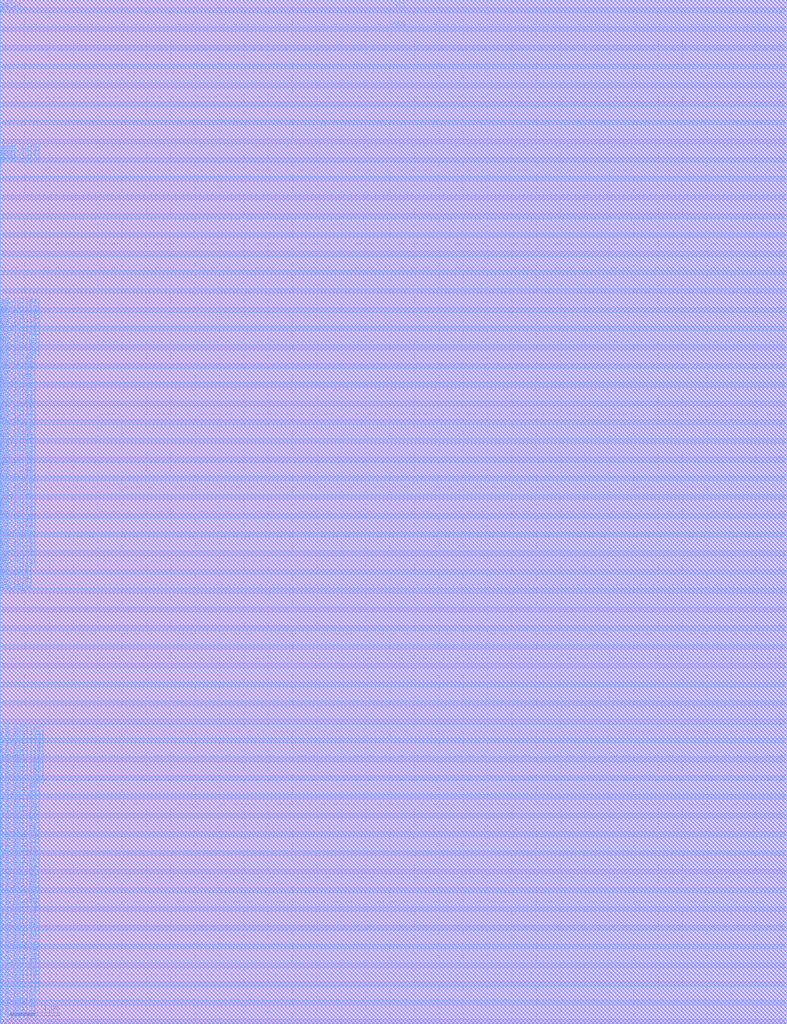
<source format=lef>
# Generated by FakeRAM 2.0
VERSION 5.7 ;
BUSBITCHARS "[]" ;
PROPERTYDEFINITIONS
  MACRO width INTEGER ;
  MACRO depth INTEGER ;
  MACRO banks INTEGER ;
END PROPERTYDEFINITIONS
MACRO sram_asap7_124x64_1rw_bottom
  PROPERTY width 124 ;
  PROPERTY depth 64 ;
  PROPERTY banks 1 ;
  FOREIGN sram_asap7_124x64_1rw_bottom 0 0 ;
  SYMMETRY X Y R90 ;
  SIZE 16.150 BY 21.000 ;
  CLASS COVER ;
  PIN rd_out[0]
    DIRECTION OUTPUT ;
    USE SIGNAL ;
    SHAPE ABUTMENT ;
    PORT
      LAYER M4 ;
      RECT 0.000 0.048 0.024 0.072 ;
    END
  END rd_out[0]
  PIN rd_out[1]
    DIRECTION OUTPUT ;
    USE SIGNAL ;
    SHAPE ABUTMENT ;
    PORT
      LAYER M4 ;
      RECT 0.000 0.096 0.024 0.120 ;
    END
  END rd_out[1]
  PIN rd_out[2]
    DIRECTION OUTPUT ;
    USE SIGNAL ;
    SHAPE ABUTMENT ;
    PORT
      LAYER M4 ;
      RECT 0.000 0.144 0.024 0.168 ;
    END
  END rd_out[2]
  PIN rd_out[3]
    DIRECTION OUTPUT ;
    USE SIGNAL ;
    SHAPE ABUTMENT ;
    PORT
      LAYER M4 ;
      RECT 0.000 0.192 0.024 0.216 ;
    END
  END rd_out[3]
  PIN rd_out[4]
    DIRECTION OUTPUT ;
    USE SIGNAL ;
    SHAPE ABUTMENT ;
    PORT
      LAYER M4 ;
      RECT 0.000 0.240 0.024 0.264 ;
    END
  END rd_out[4]
  PIN rd_out[5]
    DIRECTION OUTPUT ;
    USE SIGNAL ;
    SHAPE ABUTMENT ;
    PORT
      LAYER M4 ;
      RECT 0.000 0.288 0.024 0.312 ;
    END
  END rd_out[5]
  PIN rd_out[6]
    DIRECTION OUTPUT ;
    USE SIGNAL ;
    SHAPE ABUTMENT ;
    PORT
      LAYER M4 ;
      RECT 0.000 0.336 0.024 0.360 ;
    END
  END rd_out[6]
  PIN rd_out[7]
    DIRECTION OUTPUT ;
    USE SIGNAL ;
    SHAPE ABUTMENT ;
    PORT
      LAYER M4 ;
      RECT 0.000 0.384 0.024 0.408 ;
    END
  END rd_out[7]
  PIN rd_out[8]
    DIRECTION OUTPUT ;
    USE SIGNAL ;
    SHAPE ABUTMENT ;
    PORT
      LAYER M4 ;
      RECT 0.000 0.432 0.024 0.456 ;
    END
  END rd_out[8]
  PIN rd_out[9]
    DIRECTION OUTPUT ;
    USE SIGNAL ;
    SHAPE ABUTMENT ;
    PORT
      LAYER M4 ;
      RECT 0.000 0.480 0.024 0.504 ;
    END
  END rd_out[9]
  PIN rd_out[10]
    DIRECTION OUTPUT ;
    USE SIGNAL ;
    SHAPE ABUTMENT ;
    PORT
      LAYER M4 ;
      RECT 0.000 0.528 0.024 0.552 ;
    END
  END rd_out[10]
  PIN rd_out[11]
    DIRECTION OUTPUT ;
    USE SIGNAL ;
    SHAPE ABUTMENT ;
    PORT
      LAYER M4 ;
      RECT 0.000 0.576 0.024 0.600 ;
    END
  END rd_out[11]
  PIN rd_out[12]
    DIRECTION OUTPUT ;
    USE SIGNAL ;
    SHAPE ABUTMENT ;
    PORT
      LAYER M4 ;
      RECT 0.000 0.624 0.024 0.648 ;
    END
  END rd_out[12]
  PIN rd_out[13]
    DIRECTION OUTPUT ;
    USE SIGNAL ;
    SHAPE ABUTMENT ;
    PORT
      LAYER M4 ;
      RECT 0.000 0.672 0.024 0.696 ;
    END
  END rd_out[13]
  PIN rd_out[14]
    DIRECTION OUTPUT ;
    USE SIGNAL ;
    SHAPE ABUTMENT ;
    PORT
      LAYER M4 ;
      RECT 0.000 0.720 0.024 0.744 ;
    END
  END rd_out[14]
  PIN rd_out[15]
    DIRECTION OUTPUT ;
    USE SIGNAL ;
    SHAPE ABUTMENT ;
    PORT
      LAYER M4 ;
      RECT 0.000 0.768 0.024 0.792 ;
    END
  END rd_out[15]
  PIN rd_out[16]
    DIRECTION OUTPUT ;
    USE SIGNAL ;
    SHAPE ABUTMENT ;
    PORT
      LAYER M4 ;
      RECT 0.000 0.816 0.024 0.840 ;
    END
  END rd_out[16]
  PIN rd_out[17]
    DIRECTION OUTPUT ;
    USE SIGNAL ;
    SHAPE ABUTMENT ;
    PORT
      LAYER M4 ;
      RECT 0.000 0.864 0.024 0.888 ;
    END
  END rd_out[17]
  PIN rd_out[18]
    DIRECTION OUTPUT ;
    USE SIGNAL ;
    SHAPE ABUTMENT ;
    PORT
      LAYER M4 ;
      RECT 0.000 0.912 0.024 0.936 ;
    END
  END rd_out[18]
  PIN rd_out[19]
    DIRECTION OUTPUT ;
    USE SIGNAL ;
    SHAPE ABUTMENT ;
    PORT
      LAYER M4 ;
      RECT 0.000 0.960 0.024 0.984 ;
    END
  END rd_out[19]
  PIN rd_out[20]
    DIRECTION OUTPUT ;
    USE SIGNAL ;
    SHAPE ABUTMENT ;
    PORT
      LAYER M4 ;
      RECT 0.000 1.008 0.024 1.032 ;
    END
  END rd_out[20]
  PIN rd_out[21]
    DIRECTION OUTPUT ;
    USE SIGNAL ;
    SHAPE ABUTMENT ;
    PORT
      LAYER M4 ;
      RECT 0.000 1.056 0.024 1.080 ;
    END
  END rd_out[21]
  PIN rd_out[22]
    DIRECTION OUTPUT ;
    USE SIGNAL ;
    SHAPE ABUTMENT ;
    PORT
      LAYER M4 ;
      RECT 0.000 1.104 0.024 1.128 ;
    END
  END rd_out[22]
  PIN rd_out[23]
    DIRECTION OUTPUT ;
    USE SIGNAL ;
    SHAPE ABUTMENT ;
    PORT
      LAYER M4 ;
      RECT 0.000 1.152 0.024 1.176 ;
    END
  END rd_out[23]
  PIN rd_out[24]
    DIRECTION OUTPUT ;
    USE SIGNAL ;
    SHAPE ABUTMENT ;
    PORT
      LAYER M4 ;
      RECT 0.000 1.200 0.024 1.224 ;
    END
  END rd_out[24]
  PIN rd_out[25]
    DIRECTION OUTPUT ;
    USE SIGNAL ;
    SHAPE ABUTMENT ;
    PORT
      LAYER M4 ;
      RECT 0.000 1.248 0.024 1.272 ;
    END
  END rd_out[25]
  PIN rd_out[26]
    DIRECTION OUTPUT ;
    USE SIGNAL ;
    SHAPE ABUTMENT ;
    PORT
      LAYER M4 ;
      RECT 0.000 1.296 0.024 1.320 ;
    END
  END rd_out[26]
  PIN rd_out[27]
    DIRECTION OUTPUT ;
    USE SIGNAL ;
    SHAPE ABUTMENT ;
    PORT
      LAYER M4 ;
      RECT 0.000 1.344 0.024 1.368 ;
    END
  END rd_out[27]
  PIN rd_out[28]
    DIRECTION OUTPUT ;
    USE SIGNAL ;
    SHAPE ABUTMENT ;
    PORT
      LAYER M4 ;
      RECT 0.000 1.392 0.024 1.416 ;
    END
  END rd_out[28]
  PIN rd_out[29]
    DIRECTION OUTPUT ;
    USE SIGNAL ;
    SHAPE ABUTMENT ;
    PORT
      LAYER M4 ;
      RECT 0.000 1.440 0.024 1.464 ;
    END
  END rd_out[29]
  PIN rd_out[30]
    DIRECTION OUTPUT ;
    USE SIGNAL ;
    SHAPE ABUTMENT ;
    PORT
      LAYER M4 ;
      RECT 0.000 1.488 0.024 1.512 ;
    END
  END rd_out[30]
  PIN rd_out[31]
    DIRECTION OUTPUT ;
    USE SIGNAL ;
    SHAPE ABUTMENT ;
    PORT
      LAYER M4 ;
      RECT 0.000 1.536 0.024 1.560 ;
    END
  END rd_out[31]
  PIN rd_out[32]
    DIRECTION OUTPUT ;
    USE SIGNAL ;
    SHAPE ABUTMENT ;
    PORT
      LAYER M4 ;
      RECT 0.000 1.584 0.024 1.608 ;
    END
  END rd_out[32]
  PIN rd_out[33]
    DIRECTION OUTPUT ;
    USE SIGNAL ;
    SHAPE ABUTMENT ;
    PORT
      LAYER M4 ;
      RECT 0.000 1.632 0.024 1.656 ;
    END
  END rd_out[33]
  PIN rd_out[34]
    DIRECTION OUTPUT ;
    USE SIGNAL ;
    SHAPE ABUTMENT ;
    PORT
      LAYER M4 ;
      RECT 0.000 1.680 0.024 1.704 ;
    END
  END rd_out[34]
  PIN rd_out[35]
    DIRECTION OUTPUT ;
    USE SIGNAL ;
    SHAPE ABUTMENT ;
    PORT
      LAYER M4 ;
      RECT 0.000 1.728 0.024 1.752 ;
    END
  END rd_out[35]
  PIN rd_out[36]
    DIRECTION OUTPUT ;
    USE SIGNAL ;
    SHAPE ABUTMENT ;
    PORT
      LAYER M4 ;
      RECT 0.000 1.776 0.024 1.800 ;
    END
  END rd_out[36]
  PIN rd_out[37]
    DIRECTION OUTPUT ;
    USE SIGNAL ;
    SHAPE ABUTMENT ;
    PORT
      LAYER M4 ;
      RECT 0.000 1.824 0.024 1.848 ;
    END
  END rd_out[37]
  PIN rd_out[38]
    DIRECTION OUTPUT ;
    USE SIGNAL ;
    SHAPE ABUTMENT ;
    PORT
      LAYER M4 ;
      RECT 0.000 1.872 0.024 1.896 ;
    END
  END rd_out[38]
  PIN rd_out[39]
    DIRECTION OUTPUT ;
    USE SIGNAL ;
    SHAPE ABUTMENT ;
    PORT
      LAYER M4 ;
      RECT 0.000 1.920 0.024 1.944 ;
    END
  END rd_out[39]
  PIN rd_out[40]
    DIRECTION OUTPUT ;
    USE SIGNAL ;
    SHAPE ABUTMENT ;
    PORT
      LAYER M4 ;
      RECT 0.000 1.968 0.024 1.992 ;
    END
  END rd_out[40]
  PIN rd_out[41]
    DIRECTION OUTPUT ;
    USE SIGNAL ;
    SHAPE ABUTMENT ;
    PORT
      LAYER M4 ;
      RECT 0.000 2.016 0.024 2.040 ;
    END
  END rd_out[41]
  PIN rd_out[42]
    DIRECTION OUTPUT ;
    USE SIGNAL ;
    SHAPE ABUTMENT ;
    PORT
      LAYER M4 ;
      RECT 0.000 2.064 0.024 2.088 ;
    END
  END rd_out[42]
  PIN rd_out[43]
    DIRECTION OUTPUT ;
    USE SIGNAL ;
    SHAPE ABUTMENT ;
    PORT
      LAYER M4 ;
      RECT 0.000 2.112 0.024 2.136 ;
    END
  END rd_out[43]
  PIN rd_out[44]
    DIRECTION OUTPUT ;
    USE SIGNAL ;
    SHAPE ABUTMENT ;
    PORT
      LAYER M4 ;
      RECT 0.000 2.160 0.024 2.184 ;
    END
  END rd_out[44]
  PIN rd_out[45]
    DIRECTION OUTPUT ;
    USE SIGNAL ;
    SHAPE ABUTMENT ;
    PORT
      LAYER M4 ;
      RECT 0.000 2.208 0.024 2.232 ;
    END
  END rd_out[45]
  PIN rd_out[46]
    DIRECTION OUTPUT ;
    USE SIGNAL ;
    SHAPE ABUTMENT ;
    PORT
      LAYER M4 ;
      RECT 0.000 2.256 0.024 2.280 ;
    END
  END rd_out[46]
  PIN rd_out[47]
    DIRECTION OUTPUT ;
    USE SIGNAL ;
    SHAPE ABUTMENT ;
    PORT
      LAYER M4 ;
      RECT 0.000 2.304 0.024 2.328 ;
    END
  END rd_out[47]
  PIN rd_out[48]
    DIRECTION OUTPUT ;
    USE SIGNAL ;
    SHAPE ABUTMENT ;
    PORT
      LAYER M4 ;
      RECT 0.000 2.352 0.024 2.376 ;
    END
  END rd_out[48]
  PIN rd_out[49]
    DIRECTION OUTPUT ;
    USE SIGNAL ;
    SHAPE ABUTMENT ;
    PORT
      LAYER M4 ;
      RECT 0.000 2.400 0.024 2.424 ;
    END
  END rd_out[49]
  PIN rd_out[50]
    DIRECTION OUTPUT ;
    USE SIGNAL ;
    SHAPE ABUTMENT ;
    PORT
      LAYER M4 ;
      RECT 0.000 2.448 0.024 2.472 ;
    END
  END rd_out[50]
  PIN rd_out[51]
    DIRECTION OUTPUT ;
    USE SIGNAL ;
    SHAPE ABUTMENT ;
    PORT
      LAYER M4 ;
      RECT 0.000 2.496 0.024 2.520 ;
    END
  END rd_out[51]
  PIN rd_out[52]
    DIRECTION OUTPUT ;
    USE SIGNAL ;
    SHAPE ABUTMENT ;
    PORT
      LAYER M4 ;
      RECT 0.000 2.544 0.024 2.568 ;
    END
  END rd_out[52]
  PIN rd_out[53]
    DIRECTION OUTPUT ;
    USE SIGNAL ;
    SHAPE ABUTMENT ;
    PORT
      LAYER M4 ;
      RECT 0.000 2.592 0.024 2.616 ;
    END
  END rd_out[53]
  PIN rd_out[54]
    DIRECTION OUTPUT ;
    USE SIGNAL ;
    SHAPE ABUTMENT ;
    PORT
      LAYER M4 ;
      RECT 0.000 2.640 0.024 2.664 ;
    END
  END rd_out[54]
  PIN rd_out[55]
    DIRECTION OUTPUT ;
    USE SIGNAL ;
    SHAPE ABUTMENT ;
    PORT
      LAYER M4 ;
      RECT 0.000 2.688 0.024 2.712 ;
    END
  END rd_out[55]
  PIN rd_out[56]
    DIRECTION OUTPUT ;
    USE SIGNAL ;
    SHAPE ABUTMENT ;
    PORT
      LAYER M4 ;
      RECT 0.000 2.736 0.024 2.760 ;
    END
  END rd_out[56]
  PIN rd_out[57]
    DIRECTION OUTPUT ;
    USE SIGNAL ;
    SHAPE ABUTMENT ;
    PORT
      LAYER M4 ;
      RECT 0.000 2.784 0.024 2.808 ;
    END
  END rd_out[57]
  PIN rd_out[58]
    DIRECTION OUTPUT ;
    USE SIGNAL ;
    SHAPE ABUTMENT ;
    PORT
      LAYER M4 ;
      RECT 0.000 2.832 0.024 2.856 ;
    END
  END rd_out[58]
  PIN rd_out[59]
    DIRECTION OUTPUT ;
    USE SIGNAL ;
    SHAPE ABUTMENT ;
    PORT
      LAYER M4 ;
      RECT 0.000 2.880 0.024 2.904 ;
    END
  END rd_out[59]
  PIN rd_out[60]
    DIRECTION OUTPUT ;
    USE SIGNAL ;
    SHAPE ABUTMENT ;
    PORT
      LAYER M4 ;
      RECT 0.000 2.928 0.024 2.952 ;
    END
  END rd_out[60]
  PIN rd_out[61]
    DIRECTION OUTPUT ;
    USE SIGNAL ;
    SHAPE ABUTMENT ;
    PORT
      LAYER M4 ;
      RECT 0.000 2.976 0.024 3.000 ;
    END
  END rd_out[61]
  PIN rd_out[62]
    DIRECTION OUTPUT ;
    USE SIGNAL ;
    SHAPE ABUTMENT ;
    PORT
      LAYER M4 ;
      RECT 0.000 3.024 0.024 3.048 ;
    END
  END rd_out[62]
  PIN rd_out[63]
    DIRECTION OUTPUT ;
    USE SIGNAL ;
    SHAPE ABUTMENT ;
    PORT
      LAYER M4 ;
      RECT 0.000 3.072 0.024 3.096 ;
    END
  END rd_out[63]
  PIN rd_out[64]
    DIRECTION OUTPUT ;
    USE SIGNAL ;
    SHAPE ABUTMENT ;
    PORT
      LAYER M4 ;
      RECT 0.000 3.120 0.024 3.144 ;
    END
  END rd_out[64]
  PIN rd_out[65]
    DIRECTION OUTPUT ;
    USE SIGNAL ;
    SHAPE ABUTMENT ;
    PORT
      LAYER M4 ;
      RECT 0.000 3.168 0.024 3.192 ;
    END
  END rd_out[65]
  PIN rd_out[66]
    DIRECTION OUTPUT ;
    USE SIGNAL ;
    SHAPE ABUTMENT ;
    PORT
      LAYER M4 ;
      RECT 0.000 3.216 0.024 3.240 ;
    END
  END rd_out[66]
  PIN rd_out[67]
    DIRECTION OUTPUT ;
    USE SIGNAL ;
    SHAPE ABUTMENT ;
    PORT
      LAYER M4 ;
      RECT 0.000 3.264 0.024 3.288 ;
    END
  END rd_out[67]
  PIN rd_out[68]
    DIRECTION OUTPUT ;
    USE SIGNAL ;
    SHAPE ABUTMENT ;
    PORT
      LAYER M4 ;
      RECT 0.000 3.312 0.024 3.336 ;
    END
  END rd_out[68]
  PIN rd_out[69]
    DIRECTION OUTPUT ;
    USE SIGNAL ;
    SHAPE ABUTMENT ;
    PORT
      LAYER M4 ;
      RECT 0.000 3.360 0.024 3.384 ;
    END
  END rd_out[69]
  PIN rd_out[70]
    DIRECTION OUTPUT ;
    USE SIGNAL ;
    SHAPE ABUTMENT ;
    PORT
      LAYER M4 ;
      RECT 0.000 3.408 0.024 3.432 ;
    END
  END rd_out[70]
  PIN rd_out[71]
    DIRECTION OUTPUT ;
    USE SIGNAL ;
    SHAPE ABUTMENT ;
    PORT
      LAYER M4 ;
      RECT 0.000 3.456 0.024 3.480 ;
    END
  END rd_out[71]
  PIN rd_out[72]
    DIRECTION OUTPUT ;
    USE SIGNAL ;
    SHAPE ABUTMENT ;
    PORT
      LAYER M4 ;
      RECT 0.000 3.504 0.024 3.528 ;
    END
  END rd_out[72]
  PIN rd_out[73]
    DIRECTION OUTPUT ;
    USE SIGNAL ;
    SHAPE ABUTMENT ;
    PORT
      LAYER M4 ;
      RECT 0.000 3.552 0.024 3.576 ;
    END
  END rd_out[73]
  PIN rd_out[74]
    DIRECTION OUTPUT ;
    USE SIGNAL ;
    SHAPE ABUTMENT ;
    PORT
      LAYER M4 ;
      RECT 0.000 3.600 0.024 3.624 ;
    END
  END rd_out[74]
  PIN rd_out[75]
    DIRECTION OUTPUT ;
    USE SIGNAL ;
    SHAPE ABUTMENT ;
    PORT
      LAYER M4 ;
      RECT 0.000 3.648 0.024 3.672 ;
    END
  END rd_out[75]
  PIN rd_out[76]
    DIRECTION OUTPUT ;
    USE SIGNAL ;
    SHAPE ABUTMENT ;
    PORT
      LAYER M4 ;
      RECT 0.000 3.696 0.024 3.720 ;
    END
  END rd_out[76]
  PIN rd_out[77]
    DIRECTION OUTPUT ;
    USE SIGNAL ;
    SHAPE ABUTMENT ;
    PORT
      LAYER M4 ;
      RECT 0.000 3.744 0.024 3.768 ;
    END
  END rd_out[77]
  PIN rd_out[78]
    DIRECTION OUTPUT ;
    USE SIGNAL ;
    SHAPE ABUTMENT ;
    PORT
      LAYER M4 ;
      RECT 0.000 3.792 0.024 3.816 ;
    END
  END rd_out[78]
  PIN rd_out[79]
    DIRECTION OUTPUT ;
    USE SIGNAL ;
    SHAPE ABUTMENT ;
    PORT
      LAYER M4 ;
      RECT 0.000 3.840 0.024 3.864 ;
    END
  END rd_out[79]
  PIN rd_out[80]
    DIRECTION OUTPUT ;
    USE SIGNAL ;
    SHAPE ABUTMENT ;
    PORT
      LAYER M4 ;
      RECT 0.000 3.888 0.024 3.912 ;
    END
  END rd_out[80]
  PIN rd_out[81]
    DIRECTION OUTPUT ;
    USE SIGNAL ;
    SHAPE ABUTMENT ;
    PORT
      LAYER M4 ;
      RECT 0.000 3.936 0.024 3.960 ;
    END
  END rd_out[81]
  PIN rd_out[82]
    DIRECTION OUTPUT ;
    USE SIGNAL ;
    SHAPE ABUTMENT ;
    PORT
      LAYER M4 ;
      RECT 0.000 3.984 0.024 4.008 ;
    END
  END rd_out[82]
  PIN rd_out[83]
    DIRECTION OUTPUT ;
    USE SIGNAL ;
    SHAPE ABUTMENT ;
    PORT
      LAYER M4 ;
      RECT 0.000 4.032 0.024 4.056 ;
    END
  END rd_out[83]
  PIN rd_out[84]
    DIRECTION OUTPUT ;
    USE SIGNAL ;
    SHAPE ABUTMENT ;
    PORT
      LAYER M4 ;
      RECT 0.000 4.080 0.024 4.104 ;
    END
  END rd_out[84]
  PIN rd_out[85]
    DIRECTION OUTPUT ;
    USE SIGNAL ;
    SHAPE ABUTMENT ;
    PORT
      LAYER M4 ;
      RECT 0.000 4.128 0.024 4.152 ;
    END
  END rd_out[85]
  PIN rd_out[86]
    DIRECTION OUTPUT ;
    USE SIGNAL ;
    SHAPE ABUTMENT ;
    PORT
      LAYER M4 ;
      RECT 0.000 4.176 0.024 4.200 ;
    END
  END rd_out[86]
  PIN rd_out[87]
    DIRECTION OUTPUT ;
    USE SIGNAL ;
    SHAPE ABUTMENT ;
    PORT
      LAYER M4 ;
      RECT 0.000 4.224 0.024 4.248 ;
    END
  END rd_out[87]
  PIN rd_out[88]
    DIRECTION OUTPUT ;
    USE SIGNAL ;
    SHAPE ABUTMENT ;
    PORT
      LAYER M4 ;
      RECT 0.000 4.272 0.024 4.296 ;
    END
  END rd_out[88]
  PIN rd_out[89]
    DIRECTION OUTPUT ;
    USE SIGNAL ;
    SHAPE ABUTMENT ;
    PORT
      LAYER M4 ;
      RECT 0.000 4.320 0.024 4.344 ;
    END
  END rd_out[89]
  PIN rd_out[90]
    DIRECTION OUTPUT ;
    USE SIGNAL ;
    SHAPE ABUTMENT ;
    PORT
      LAYER M4 ;
      RECT 0.000 4.368 0.024 4.392 ;
    END
  END rd_out[90]
  PIN rd_out[91]
    DIRECTION OUTPUT ;
    USE SIGNAL ;
    SHAPE ABUTMENT ;
    PORT
      LAYER M4 ;
      RECT 0.000 4.416 0.024 4.440 ;
    END
  END rd_out[91]
  PIN rd_out[92]
    DIRECTION OUTPUT ;
    USE SIGNAL ;
    SHAPE ABUTMENT ;
    PORT
      LAYER M4 ;
      RECT 0.000 4.464 0.024 4.488 ;
    END
  END rd_out[92]
  PIN rd_out[93]
    DIRECTION OUTPUT ;
    USE SIGNAL ;
    SHAPE ABUTMENT ;
    PORT
      LAYER M4 ;
      RECT 0.000 4.512 0.024 4.536 ;
    END
  END rd_out[93]
  PIN rd_out[94]
    DIRECTION OUTPUT ;
    USE SIGNAL ;
    SHAPE ABUTMENT ;
    PORT
      LAYER M4 ;
      RECT 0.000 4.560 0.024 4.584 ;
    END
  END rd_out[94]
  PIN rd_out[95]
    DIRECTION OUTPUT ;
    USE SIGNAL ;
    SHAPE ABUTMENT ;
    PORT
      LAYER M4 ;
      RECT 0.000 4.608 0.024 4.632 ;
    END
  END rd_out[95]
  PIN rd_out[96]
    DIRECTION OUTPUT ;
    USE SIGNAL ;
    SHAPE ABUTMENT ;
    PORT
      LAYER M4 ;
      RECT 0.000 4.656 0.024 4.680 ;
    END
  END rd_out[96]
  PIN rd_out[97]
    DIRECTION OUTPUT ;
    USE SIGNAL ;
    SHAPE ABUTMENT ;
    PORT
      LAYER M4 ;
      RECT 0.000 4.704 0.024 4.728 ;
    END
  END rd_out[97]
  PIN rd_out[98]
    DIRECTION OUTPUT ;
    USE SIGNAL ;
    SHAPE ABUTMENT ;
    PORT
      LAYER M4 ;
      RECT 0.000 4.752 0.024 4.776 ;
    END
  END rd_out[98]
  PIN rd_out[99]
    DIRECTION OUTPUT ;
    USE SIGNAL ;
    SHAPE ABUTMENT ;
    PORT
      LAYER M4 ;
      RECT 0.000 4.800 0.024 4.824 ;
    END
  END rd_out[99]
  PIN rd_out[100]
    DIRECTION OUTPUT ;
    USE SIGNAL ;
    SHAPE ABUTMENT ;
    PORT
      LAYER M4 ;
      RECT 0.000 4.848 0.024 4.872 ;
    END
  END rd_out[100]
  PIN rd_out[101]
    DIRECTION OUTPUT ;
    USE SIGNAL ;
    SHAPE ABUTMENT ;
    PORT
      LAYER M4 ;
      RECT 0.000 4.896 0.024 4.920 ;
    END
  END rd_out[101]
  PIN rd_out[102]
    DIRECTION OUTPUT ;
    USE SIGNAL ;
    SHAPE ABUTMENT ;
    PORT
      LAYER M4 ;
      RECT 0.000 4.944 0.024 4.968 ;
    END
  END rd_out[102]
  PIN rd_out[103]
    DIRECTION OUTPUT ;
    USE SIGNAL ;
    SHAPE ABUTMENT ;
    PORT
      LAYER M4 ;
      RECT 0.000 4.992 0.024 5.016 ;
    END
  END rd_out[103]
  PIN rd_out[104]
    DIRECTION OUTPUT ;
    USE SIGNAL ;
    SHAPE ABUTMENT ;
    PORT
      LAYER M4 ;
      RECT 0.000 5.040 0.024 5.064 ;
    END
  END rd_out[104]
  PIN rd_out[105]
    DIRECTION OUTPUT ;
    USE SIGNAL ;
    SHAPE ABUTMENT ;
    PORT
      LAYER M4 ;
      RECT 0.000 5.088 0.024 5.112 ;
    END
  END rd_out[105]
  PIN rd_out[106]
    DIRECTION OUTPUT ;
    USE SIGNAL ;
    SHAPE ABUTMENT ;
    PORT
      LAYER M4 ;
      RECT 0.000 5.136 0.024 5.160 ;
    END
  END rd_out[106]
  PIN rd_out[107]
    DIRECTION OUTPUT ;
    USE SIGNAL ;
    SHAPE ABUTMENT ;
    PORT
      LAYER M4 ;
      RECT 0.000 5.184 0.024 5.208 ;
    END
  END rd_out[107]
  PIN rd_out[108]
    DIRECTION OUTPUT ;
    USE SIGNAL ;
    SHAPE ABUTMENT ;
    PORT
      LAYER M4 ;
      RECT 0.000 5.232 0.024 5.256 ;
    END
  END rd_out[108]
  PIN rd_out[109]
    DIRECTION OUTPUT ;
    USE SIGNAL ;
    SHAPE ABUTMENT ;
    PORT
      LAYER M4 ;
      RECT 0.000 5.280 0.024 5.304 ;
    END
  END rd_out[109]
  PIN rd_out[110]
    DIRECTION OUTPUT ;
    USE SIGNAL ;
    SHAPE ABUTMENT ;
    PORT
      LAYER M4 ;
      RECT 0.000 5.328 0.024 5.352 ;
    END
  END rd_out[110]
  PIN rd_out[111]
    DIRECTION OUTPUT ;
    USE SIGNAL ;
    SHAPE ABUTMENT ;
    PORT
      LAYER M4 ;
      RECT 0.000 5.376 0.024 5.400 ;
    END
  END rd_out[111]
  PIN rd_out[112]
    DIRECTION OUTPUT ;
    USE SIGNAL ;
    SHAPE ABUTMENT ;
    PORT
      LAYER M4 ;
      RECT 0.000 5.424 0.024 5.448 ;
    END
  END rd_out[112]
  PIN rd_out[113]
    DIRECTION OUTPUT ;
    USE SIGNAL ;
    SHAPE ABUTMENT ;
    PORT
      LAYER M4 ;
      RECT 0.000 5.472 0.024 5.496 ;
    END
  END rd_out[113]
  PIN rd_out[114]
    DIRECTION OUTPUT ;
    USE SIGNAL ;
    SHAPE ABUTMENT ;
    PORT
      LAYER M4 ;
      RECT 0.000 5.520 0.024 5.544 ;
    END
  END rd_out[114]
  PIN rd_out[115]
    DIRECTION OUTPUT ;
    USE SIGNAL ;
    SHAPE ABUTMENT ;
    PORT
      LAYER M4 ;
      RECT 0.000 5.568 0.024 5.592 ;
    END
  END rd_out[115]
  PIN rd_out[116]
    DIRECTION OUTPUT ;
    USE SIGNAL ;
    SHAPE ABUTMENT ;
    PORT
      LAYER M4 ;
      RECT 0.000 5.616 0.024 5.640 ;
    END
  END rd_out[116]
  PIN rd_out[117]
    DIRECTION OUTPUT ;
    USE SIGNAL ;
    SHAPE ABUTMENT ;
    PORT
      LAYER M4 ;
      RECT 0.000 5.664 0.024 5.688 ;
    END
  END rd_out[117]
  PIN rd_out[118]
    DIRECTION OUTPUT ;
    USE SIGNAL ;
    SHAPE ABUTMENT ;
    PORT
      LAYER M4 ;
      RECT 0.000 5.712 0.024 5.736 ;
    END
  END rd_out[118]
  PIN rd_out[119]
    DIRECTION OUTPUT ;
    USE SIGNAL ;
    SHAPE ABUTMENT ;
    PORT
      LAYER M4 ;
      RECT 0.000 5.760 0.024 5.784 ;
    END
  END rd_out[119]
  PIN rd_out[120]
    DIRECTION OUTPUT ;
    USE SIGNAL ;
    SHAPE ABUTMENT ;
    PORT
      LAYER M4 ;
      RECT 0.000 5.808 0.024 5.832 ;
    END
  END rd_out[120]
  PIN rd_out[121]
    DIRECTION OUTPUT ;
    USE SIGNAL ;
    SHAPE ABUTMENT ;
    PORT
      LAYER M4 ;
      RECT 0.000 5.856 0.024 5.880 ;
    END
  END rd_out[121]
  PIN rd_out[122]
    DIRECTION OUTPUT ;
    USE SIGNAL ;
    SHAPE ABUTMENT ;
    PORT
      LAYER M4 ;
      RECT 0.000 5.904 0.024 5.928 ;
    END
  END rd_out[122]
  PIN rd_out[123]
    DIRECTION OUTPUT ;
    USE SIGNAL ;
    SHAPE ABUTMENT ;
    PORT
      LAYER M4 ;
      RECT 0.000 5.952 0.024 5.976 ;
    END
  END rd_out[123]
  PIN wd_in[0]
    DIRECTION INPUT ;
    USE SIGNAL ;
    SHAPE ABUTMENT ;
    PORT
      LAYER M4 ;
      RECT 0.000 8.832 0.024 8.856 ;
    END
  END wd_in[0]
  PIN wd_in[1]
    DIRECTION INPUT ;
    USE SIGNAL ;
    SHAPE ABUTMENT ;
    PORT
      LAYER M4 ;
      RECT 0.000 8.880 0.024 8.904 ;
    END
  END wd_in[1]
  PIN wd_in[2]
    DIRECTION INPUT ;
    USE SIGNAL ;
    SHAPE ABUTMENT ;
    PORT
      LAYER M4 ;
      RECT 0.000 8.928 0.024 8.952 ;
    END
  END wd_in[2]
  PIN wd_in[3]
    DIRECTION INPUT ;
    USE SIGNAL ;
    SHAPE ABUTMENT ;
    PORT
      LAYER M4 ;
      RECT 0.000 8.976 0.024 9.000 ;
    END
  END wd_in[3]
  PIN wd_in[4]
    DIRECTION INPUT ;
    USE SIGNAL ;
    SHAPE ABUTMENT ;
    PORT
      LAYER M4 ;
      RECT 0.000 9.024 0.024 9.048 ;
    END
  END wd_in[4]
  PIN wd_in[5]
    DIRECTION INPUT ;
    USE SIGNAL ;
    SHAPE ABUTMENT ;
    PORT
      LAYER M4 ;
      RECT 0.000 9.072 0.024 9.096 ;
    END
  END wd_in[5]
  PIN wd_in[6]
    DIRECTION INPUT ;
    USE SIGNAL ;
    SHAPE ABUTMENT ;
    PORT
      LAYER M4 ;
      RECT 0.000 9.120 0.024 9.144 ;
    END
  END wd_in[6]
  PIN wd_in[7]
    DIRECTION INPUT ;
    USE SIGNAL ;
    SHAPE ABUTMENT ;
    PORT
      LAYER M4 ;
      RECT 0.000 9.168 0.024 9.192 ;
    END
  END wd_in[7]
  PIN wd_in[8]
    DIRECTION INPUT ;
    USE SIGNAL ;
    SHAPE ABUTMENT ;
    PORT
      LAYER M4 ;
      RECT 0.000 9.216 0.024 9.240 ;
    END
  END wd_in[8]
  PIN wd_in[9]
    DIRECTION INPUT ;
    USE SIGNAL ;
    SHAPE ABUTMENT ;
    PORT
      LAYER M4 ;
      RECT 0.000 9.264 0.024 9.288 ;
    END
  END wd_in[9]
  PIN wd_in[10]
    DIRECTION INPUT ;
    USE SIGNAL ;
    SHAPE ABUTMENT ;
    PORT
      LAYER M4 ;
      RECT 0.000 9.312 0.024 9.336 ;
    END
  END wd_in[10]
  PIN wd_in[11]
    DIRECTION INPUT ;
    USE SIGNAL ;
    SHAPE ABUTMENT ;
    PORT
      LAYER M4 ;
      RECT 0.000 9.360 0.024 9.384 ;
    END
  END wd_in[11]
  PIN wd_in[12]
    DIRECTION INPUT ;
    USE SIGNAL ;
    SHAPE ABUTMENT ;
    PORT
      LAYER M4 ;
      RECT 0.000 9.408 0.024 9.432 ;
    END
  END wd_in[12]
  PIN wd_in[13]
    DIRECTION INPUT ;
    USE SIGNAL ;
    SHAPE ABUTMENT ;
    PORT
      LAYER M4 ;
      RECT 0.000 9.456 0.024 9.480 ;
    END
  END wd_in[13]
  PIN wd_in[14]
    DIRECTION INPUT ;
    USE SIGNAL ;
    SHAPE ABUTMENT ;
    PORT
      LAYER M4 ;
      RECT 0.000 9.504 0.024 9.528 ;
    END
  END wd_in[14]
  PIN wd_in[15]
    DIRECTION INPUT ;
    USE SIGNAL ;
    SHAPE ABUTMENT ;
    PORT
      LAYER M4 ;
      RECT 0.000 9.552 0.024 9.576 ;
    END
  END wd_in[15]
  PIN wd_in[16]
    DIRECTION INPUT ;
    USE SIGNAL ;
    SHAPE ABUTMENT ;
    PORT
      LAYER M4 ;
      RECT 0.000 9.600 0.024 9.624 ;
    END
  END wd_in[16]
  PIN wd_in[17]
    DIRECTION INPUT ;
    USE SIGNAL ;
    SHAPE ABUTMENT ;
    PORT
      LAYER M4 ;
      RECT 0.000 9.648 0.024 9.672 ;
    END
  END wd_in[17]
  PIN wd_in[18]
    DIRECTION INPUT ;
    USE SIGNAL ;
    SHAPE ABUTMENT ;
    PORT
      LAYER M4 ;
      RECT 0.000 9.696 0.024 9.720 ;
    END
  END wd_in[18]
  PIN wd_in[19]
    DIRECTION INPUT ;
    USE SIGNAL ;
    SHAPE ABUTMENT ;
    PORT
      LAYER M4 ;
      RECT 0.000 9.744 0.024 9.768 ;
    END
  END wd_in[19]
  PIN wd_in[20]
    DIRECTION INPUT ;
    USE SIGNAL ;
    SHAPE ABUTMENT ;
    PORT
      LAYER M4 ;
      RECT 0.000 9.792 0.024 9.816 ;
    END
  END wd_in[20]
  PIN wd_in[21]
    DIRECTION INPUT ;
    USE SIGNAL ;
    SHAPE ABUTMENT ;
    PORT
      LAYER M4 ;
      RECT 0.000 9.840 0.024 9.864 ;
    END
  END wd_in[21]
  PIN wd_in[22]
    DIRECTION INPUT ;
    USE SIGNAL ;
    SHAPE ABUTMENT ;
    PORT
      LAYER M4 ;
      RECT 0.000 9.888 0.024 9.912 ;
    END
  END wd_in[22]
  PIN wd_in[23]
    DIRECTION INPUT ;
    USE SIGNAL ;
    SHAPE ABUTMENT ;
    PORT
      LAYER M4 ;
      RECT 0.000 9.936 0.024 9.960 ;
    END
  END wd_in[23]
  PIN wd_in[24]
    DIRECTION INPUT ;
    USE SIGNAL ;
    SHAPE ABUTMENT ;
    PORT
      LAYER M4 ;
      RECT 0.000 9.984 0.024 10.008 ;
    END
  END wd_in[24]
  PIN wd_in[25]
    DIRECTION INPUT ;
    USE SIGNAL ;
    SHAPE ABUTMENT ;
    PORT
      LAYER M4 ;
      RECT 0.000 10.032 0.024 10.056 ;
    END
  END wd_in[25]
  PIN wd_in[26]
    DIRECTION INPUT ;
    USE SIGNAL ;
    SHAPE ABUTMENT ;
    PORT
      LAYER M4 ;
      RECT 0.000 10.080 0.024 10.104 ;
    END
  END wd_in[26]
  PIN wd_in[27]
    DIRECTION INPUT ;
    USE SIGNAL ;
    SHAPE ABUTMENT ;
    PORT
      LAYER M4 ;
      RECT 0.000 10.128 0.024 10.152 ;
    END
  END wd_in[27]
  PIN wd_in[28]
    DIRECTION INPUT ;
    USE SIGNAL ;
    SHAPE ABUTMENT ;
    PORT
      LAYER M4 ;
      RECT 0.000 10.176 0.024 10.200 ;
    END
  END wd_in[28]
  PIN wd_in[29]
    DIRECTION INPUT ;
    USE SIGNAL ;
    SHAPE ABUTMENT ;
    PORT
      LAYER M4 ;
      RECT 0.000 10.224 0.024 10.248 ;
    END
  END wd_in[29]
  PIN wd_in[30]
    DIRECTION INPUT ;
    USE SIGNAL ;
    SHAPE ABUTMENT ;
    PORT
      LAYER M4 ;
      RECT 0.000 10.272 0.024 10.296 ;
    END
  END wd_in[30]
  PIN wd_in[31]
    DIRECTION INPUT ;
    USE SIGNAL ;
    SHAPE ABUTMENT ;
    PORT
      LAYER M4 ;
      RECT 0.000 10.320 0.024 10.344 ;
    END
  END wd_in[31]
  PIN wd_in[32]
    DIRECTION INPUT ;
    USE SIGNAL ;
    SHAPE ABUTMENT ;
    PORT
      LAYER M4 ;
      RECT 0.000 10.368 0.024 10.392 ;
    END
  END wd_in[32]
  PIN wd_in[33]
    DIRECTION INPUT ;
    USE SIGNAL ;
    SHAPE ABUTMENT ;
    PORT
      LAYER M4 ;
      RECT 0.000 10.416 0.024 10.440 ;
    END
  END wd_in[33]
  PIN wd_in[34]
    DIRECTION INPUT ;
    USE SIGNAL ;
    SHAPE ABUTMENT ;
    PORT
      LAYER M4 ;
      RECT 0.000 10.464 0.024 10.488 ;
    END
  END wd_in[34]
  PIN wd_in[35]
    DIRECTION INPUT ;
    USE SIGNAL ;
    SHAPE ABUTMENT ;
    PORT
      LAYER M4 ;
      RECT 0.000 10.512 0.024 10.536 ;
    END
  END wd_in[35]
  PIN wd_in[36]
    DIRECTION INPUT ;
    USE SIGNAL ;
    SHAPE ABUTMENT ;
    PORT
      LAYER M4 ;
      RECT 0.000 10.560 0.024 10.584 ;
    END
  END wd_in[36]
  PIN wd_in[37]
    DIRECTION INPUT ;
    USE SIGNAL ;
    SHAPE ABUTMENT ;
    PORT
      LAYER M4 ;
      RECT 0.000 10.608 0.024 10.632 ;
    END
  END wd_in[37]
  PIN wd_in[38]
    DIRECTION INPUT ;
    USE SIGNAL ;
    SHAPE ABUTMENT ;
    PORT
      LAYER M4 ;
      RECT 0.000 10.656 0.024 10.680 ;
    END
  END wd_in[38]
  PIN wd_in[39]
    DIRECTION INPUT ;
    USE SIGNAL ;
    SHAPE ABUTMENT ;
    PORT
      LAYER M4 ;
      RECT 0.000 10.704 0.024 10.728 ;
    END
  END wd_in[39]
  PIN wd_in[40]
    DIRECTION INPUT ;
    USE SIGNAL ;
    SHAPE ABUTMENT ;
    PORT
      LAYER M4 ;
      RECT 0.000 10.752 0.024 10.776 ;
    END
  END wd_in[40]
  PIN wd_in[41]
    DIRECTION INPUT ;
    USE SIGNAL ;
    SHAPE ABUTMENT ;
    PORT
      LAYER M4 ;
      RECT 0.000 10.800 0.024 10.824 ;
    END
  END wd_in[41]
  PIN wd_in[42]
    DIRECTION INPUT ;
    USE SIGNAL ;
    SHAPE ABUTMENT ;
    PORT
      LAYER M4 ;
      RECT 0.000 10.848 0.024 10.872 ;
    END
  END wd_in[42]
  PIN wd_in[43]
    DIRECTION INPUT ;
    USE SIGNAL ;
    SHAPE ABUTMENT ;
    PORT
      LAYER M4 ;
      RECT 0.000 10.896 0.024 10.920 ;
    END
  END wd_in[43]
  PIN wd_in[44]
    DIRECTION INPUT ;
    USE SIGNAL ;
    SHAPE ABUTMENT ;
    PORT
      LAYER M4 ;
      RECT 0.000 10.944 0.024 10.968 ;
    END
  END wd_in[44]
  PIN wd_in[45]
    DIRECTION INPUT ;
    USE SIGNAL ;
    SHAPE ABUTMENT ;
    PORT
      LAYER M4 ;
      RECT 0.000 10.992 0.024 11.016 ;
    END
  END wd_in[45]
  PIN wd_in[46]
    DIRECTION INPUT ;
    USE SIGNAL ;
    SHAPE ABUTMENT ;
    PORT
      LAYER M4 ;
      RECT 0.000 11.040 0.024 11.064 ;
    END
  END wd_in[46]
  PIN wd_in[47]
    DIRECTION INPUT ;
    USE SIGNAL ;
    SHAPE ABUTMENT ;
    PORT
      LAYER M4 ;
      RECT 0.000 11.088 0.024 11.112 ;
    END
  END wd_in[47]
  PIN wd_in[48]
    DIRECTION INPUT ;
    USE SIGNAL ;
    SHAPE ABUTMENT ;
    PORT
      LAYER M4 ;
      RECT 0.000 11.136 0.024 11.160 ;
    END
  END wd_in[48]
  PIN wd_in[49]
    DIRECTION INPUT ;
    USE SIGNAL ;
    SHAPE ABUTMENT ;
    PORT
      LAYER M4 ;
      RECT 0.000 11.184 0.024 11.208 ;
    END
  END wd_in[49]
  PIN wd_in[50]
    DIRECTION INPUT ;
    USE SIGNAL ;
    SHAPE ABUTMENT ;
    PORT
      LAYER M4 ;
      RECT 0.000 11.232 0.024 11.256 ;
    END
  END wd_in[50]
  PIN wd_in[51]
    DIRECTION INPUT ;
    USE SIGNAL ;
    SHAPE ABUTMENT ;
    PORT
      LAYER M4 ;
      RECT 0.000 11.280 0.024 11.304 ;
    END
  END wd_in[51]
  PIN wd_in[52]
    DIRECTION INPUT ;
    USE SIGNAL ;
    SHAPE ABUTMENT ;
    PORT
      LAYER M4 ;
      RECT 0.000 11.328 0.024 11.352 ;
    END
  END wd_in[52]
  PIN wd_in[53]
    DIRECTION INPUT ;
    USE SIGNAL ;
    SHAPE ABUTMENT ;
    PORT
      LAYER M4 ;
      RECT 0.000 11.376 0.024 11.400 ;
    END
  END wd_in[53]
  PIN wd_in[54]
    DIRECTION INPUT ;
    USE SIGNAL ;
    SHAPE ABUTMENT ;
    PORT
      LAYER M4 ;
      RECT 0.000 11.424 0.024 11.448 ;
    END
  END wd_in[54]
  PIN wd_in[55]
    DIRECTION INPUT ;
    USE SIGNAL ;
    SHAPE ABUTMENT ;
    PORT
      LAYER M4 ;
      RECT 0.000 11.472 0.024 11.496 ;
    END
  END wd_in[55]
  PIN wd_in[56]
    DIRECTION INPUT ;
    USE SIGNAL ;
    SHAPE ABUTMENT ;
    PORT
      LAYER M4 ;
      RECT 0.000 11.520 0.024 11.544 ;
    END
  END wd_in[56]
  PIN wd_in[57]
    DIRECTION INPUT ;
    USE SIGNAL ;
    SHAPE ABUTMENT ;
    PORT
      LAYER M4 ;
      RECT 0.000 11.568 0.024 11.592 ;
    END
  END wd_in[57]
  PIN wd_in[58]
    DIRECTION INPUT ;
    USE SIGNAL ;
    SHAPE ABUTMENT ;
    PORT
      LAYER M4 ;
      RECT 0.000 11.616 0.024 11.640 ;
    END
  END wd_in[58]
  PIN wd_in[59]
    DIRECTION INPUT ;
    USE SIGNAL ;
    SHAPE ABUTMENT ;
    PORT
      LAYER M4 ;
      RECT 0.000 11.664 0.024 11.688 ;
    END
  END wd_in[59]
  PIN wd_in[60]
    DIRECTION INPUT ;
    USE SIGNAL ;
    SHAPE ABUTMENT ;
    PORT
      LAYER M4 ;
      RECT 0.000 11.712 0.024 11.736 ;
    END
  END wd_in[60]
  PIN wd_in[61]
    DIRECTION INPUT ;
    USE SIGNAL ;
    SHAPE ABUTMENT ;
    PORT
      LAYER M4 ;
      RECT 0.000 11.760 0.024 11.784 ;
    END
  END wd_in[61]
  PIN wd_in[62]
    DIRECTION INPUT ;
    USE SIGNAL ;
    SHAPE ABUTMENT ;
    PORT
      LAYER M4 ;
      RECT 0.000 11.808 0.024 11.832 ;
    END
  END wd_in[62]
  PIN wd_in[63]
    DIRECTION INPUT ;
    USE SIGNAL ;
    SHAPE ABUTMENT ;
    PORT
      LAYER M4 ;
      RECT 0.000 11.856 0.024 11.880 ;
    END
  END wd_in[63]
  PIN wd_in[64]
    DIRECTION INPUT ;
    USE SIGNAL ;
    SHAPE ABUTMENT ;
    PORT
      LAYER M4 ;
      RECT 0.000 11.904 0.024 11.928 ;
    END
  END wd_in[64]
  PIN wd_in[65]
    DIRECTION INPUT ;
    USE SIGNAL ;
    SHAPE ABUTMENT ;
    PORT
      LAYER M4 ;
      RECT 0.000 11.952 0.024 11.976 ;
    END
  END wd_in[65]
  PIN wd_in[66]
    DIRECTION INPUT ;
    USE SIGNAL ;
    SHAPE ABUTMENT ;
    PORT
      LAYER M4 ;
      RECT 0.000 12.000 0.024 12.024 ;
    END
  END wd_in[66]
  PIN wd_in[67]
    DIRECTION INPUT ;
    USE SIGNAL ;
    SHAPE ABUTMENT ;
    PORT
      LAYER M4 ;
      RECT 0.000 12.048 0.024 12.072 ;
    END
  END wd_in[67]
  PIN wd_in[68]
    DIRECTION INPUT ;
    USE SIGNAL ;
    SHAPE ABUTMENT ;
    PORT
      LAYER M4 ;
      RECT 0.000 12.096 0.024 12.120 ;
    END
  END wd_in[68]
  PIN wd_in[69]
    DIRECTION INPUT ;
    USE SIGNAL ;
    SHAPE ABUTMENT ;
    PORT
      LAYER M4 ;
      RECT 0.000 12.144 0.024 12.168 ;
    END
  END wd_in[69]
  PIN wd_in[70]
    DIRECTION INPUT ;
    USE SIGNAL ;
    SHAPE ABUTMENT ;
    PORT
      LAYER M4 ;
      RECT 0.000 12.192 0.024 12.216 ;
    END
  END wd_in[70]
  PIN wd_in[71]
    DIRECTION INPUT ;
    USE SIGNAL ;
    SHAPE ABUTMENT ;
    PORT
      LAYER M4 ;
      RECT 0.000 12.240 0.024 12.264 ;
    END
  END wd_in[71]
  PIN wd_in[72]
    DIRECTION INPUT ;
    USE SIGNAL ;
    SHAPE ABUTMENT ;
    PORT
      LAYER M4 ;
      RECT 0.000 12.288 0.024 12.312 ;
    END
  END wd_in[72]
  PIN wd_in[73]
    DIRECTION INPUT ;
    USE SIGNAL ;
    SHAPE ABUTMENT ;
    PORT
      LAYER M4 ;
      RECT 0.000 12.336 0.024 12.360 ;
    END
  END wd_in[73]
  PIN wd_in[74]
    DIRECTION INPUT ;
    USE SIGNAL ;
    SHAPE ABUTMENT ;
    PORT
      LAYER M4 ;
      RECT 0.000 12.384 0.024 12.408 ;
    END
  END wd_in[74]
  PIN wd_in[75]
    DIRECTION INPUT ;
    USE SIGNAL ;
    SHAPE ABUTMENT ;
    PORT
      LAYER M4 ;
      RECT 0.000 12.432 0.024 12.456 ;
    END
  END wd_in[75]
  PIN wd_in[76]
    DIRECTION INPUT ;
    USE SIGNAL ;
    SHAPE ABUTMENT ;
    PORT
      LAYER M4 ;
      RECT 0.000 12.480 0.024 12.504 ;
    END
  END wd_in[76]
  PIN wd_in[77]
    DIRECTION INPUT ;
    USE SIGNAL ;
    SHAPE ABUTMENT ;
    PORT
      LAYER M4 ;
      RECT 0.000 12.528 0.024 12.552 ;
    END
  END wd_in[77]
  PIN wd_in[78]
    DIRECTION INPUT ;
    USE SIGNAL ;
    SHAPE ABUTMENT ;
    PORT
      LAYER M4 ;
      RECT 0.000 12.576 0.024 12.600 ;
    END
  END wd_in[78]
  PIN wd_in[79]
    DIRECTION INPUT ;
    USE SIGNAL ;
    SHAPE ABUTMENT ;
    PORT
      LAYER M4 ;
      RECT 0.000 12.624 0.024 12.648 ;
    END
  END wd_in[79]
  PIN wd_in[80]
    DIRECTION INPUT ;
    USE SIGNAL ;
    SHAPE ABUTMENT ;
    PORT
      LAYER M4 ;
      RECT 0.000 12.672 0.024 12.696 ;
    END
  END wd_in[80]
  PIN wd_in[81]
    DIRECTION INPUT ;
    USE SIGNAL ;
    SHAPE ABUTMENT ;
    PORT
      LAYER M4 ;
      RECT 0.000 12.720 0.024 12.744 ;
    END
  END wd_in[81]
  PIN wd_in[82]
    DIRECTION INPUT ;
    USE SIGNAL ;
    SHAPE ABUTMENT ;
    PORT
      LAYER M4 ;
      RECT 0.000 12.768 0.024 12.792 ;
    END
  END wd_in[82]
  PIN wd_in[83]
    DIRECTION INPUT ;
    USE SIGNAL ;
    SHAPE ABUTMENT ;
    PORT
      LAYER M4 ;
      RECT 0.000 12.816 0.024 12.840 ;
    END
  END wd_in[83]
  PIN wd_in[84]
    DIRECTION INPUT ;
    USE SIGNAL ;
    SHAPE ABUTMENT ;
    PORT
      LAYER M4 ;
      RECT 0.000 12.864 0.024 12.888 ;
    END
  END wd_in[84]
  PIN wd_in[85]
    DIRECTION INPUT ;
    USE SIGNAL ;
    SHAPE ABUTMENT ;
    PORT
      LAYER M4 ;
      RECT 0.000 12.912 0.024 12.936 ;
    END
  END wd_in[85]
  PIN wd_in[86]
    DIRECTION INPUT ;
    USE SIGNAL ;
    SHAPE ABUTMENT ;
    PORT
      LAYER M4 ;
      RECT 0.000 12.960 0.024 12.984 ;
    END
  END wd_in[86]
  PIN wd_in[87]
    DIRECTION INPUT ;
    USE SIGNAL ;
    SHAPE ABUTMENT ;
    PORT
      LAYER M4 ;
      RECT 0.000 13.008 0.024 13.032 ;
    END
  END wd_in[87]
  PIN wd_in[88]
    DIRECTION INPUT ;
    USE SIGNAL ;
    SHAPE ABUTMENT ;
    PORT
      LAYER M4 ;
      RECT 0.000 13.056 0.024 13.080 ;
    END
  END wd_in[88]
  PIN wd_in[89]
    DIRECTION INPUT ;
    USE SIGNAL ;
    SHAPE ABUTMENT ;
    PORT
      LAYER M4 ;
      RECT 0.000 13.104 0.024 13.128 ;
    END
  END wd_in[89]
  PIN wd_in[90]
    DIRECTION INPUT ;
    USE SIGNAL ;
    SHAPE ABUTMENT ;
    PORT
      LAYER M4 ;
      RECT 0.000 13.152 0.024 13.176 ;
    END
  END wd_in[90]
  PIN wd_in[91]
    DIRECTION INPUT ;
    USE SIGNAL ;
    SHAPE ABUTMENT ;
    PORT
      LAYER M4 ;
      RECT 0.000 13.200 0.024 13.224 ;
    END
  END wd_in[91]
  PIN wd_in[92]
    DIRECTION INPUT ;
    USE SIGNAL ;
    SHAPE ABUTMENT ;
    PORT
      LAYER M4 ;
      RECT 0.000 13.248 0.024 13.272 ;
    END
  END wd_in[92]
  PIN wd_in[93]
    DIRECTION INPUT ;
    USE SIGNAL ;
    SHAPE ABUTMENT ;
    PORT
      LAYER M4 ;
      RECT 0.000 13.296 0.024 13.320 ;
    END
  END wd_in[93]
  PIN wd_in[94]
    DIRECTION INPUT ;
    USE SIGNAL ;
    SHAPE ABUTMENT ;
    PORT
      LAYER M4 ;
      RECT 0.000 13.344 0.024 13.368 ;
    END
  END wd_in[94]
  PIN wd_in[95]
    DIRECTION INPUT ;
    USE SIGNAL ;
    SHAPE ABUTMENT ;
    PORT
      LAYER M4 ;
      RECT 0.000 13.392 0.024 13.416 ;
    END
  END wd_in[95]
  PIN wd_in[96]
    DIRECTION INPUT ;
    USE SIGNAL ;
    SHAPE ABUTMENT ;
    PORT
      LAYER M4 ;
      RECT 0.000 13.440 0.024 13.464 ;
    END
  END wd_in[96]
  PIN wd_in[97]
    DIRECTION INPUT ;
    USE SIGNAL ;
    SHAPE ABUTMENT ;
    PORT
      LAYER M4 ;
      RECT 0.000 13.488 0.024 13.512 ;
    END
  END wd_in[97]
  PIN wd_in[98]
    DIRECTION INPUT ;
    USE SIGNAL ;
    SHAPE ABUTMENT ;
    PORT
      LAYER M4 ;
      RECT 0.000 13.536 0.024 13.560 ;
    END
  END wd_in[98]
  PIN wd_in[99]
    DIRECTION INPUT ;
    USE SIGNAL ;
    SHAPE ABUTMENT ;
    PORT
      LAYER M4 ;
      RECT 0.000 13.584 0.024 13.608 ;
    END
  END wd_in[99]
  PIN wd_in[100]
    DIRECTION INPUT ;
    USE SIGNAL ;
    SHAPE ABUTMENT ;
    PORT
      LAYER M4 ;
      RECT 0.000 13.632 0.024 13.656 ;
    END
  END wd_in[100]
  PIN wd_in[101]
    DIRECTION INPUT ;
    USE SIGNAL ;
    SHAPE ABUTMENT ;
    PORT
      LAYER M4 ;
      RECT 0.000 13.680 0.024 13.704 ;
    END
  END wd_in[101]
  PIN wd_in[102]
    DIRECTION INPUT ;
    USE SIGNAL ;
    SHAPE ABUTMENT ;
    PORT
      LAYER M4 ;
      RECT 0.000 13.728 0.024 13.752 ;
    END
  END wd_in[102]
  PIN wd_in[103]
    DIRECTION INPUT ;
    USE SIGNAL ;
    SHAPE ABUTMENT ;
    PORT
      LAYER M4 ;
      RECT 0.000 13.776 0.024 13.800 ;
    END
  END wd_in[103]
  PIN wd_in[104]
    DIRECTION INPUT ;
    USE SIGNAL ;
    SHAPE ABUTMENT ;
    PORT
      LAYER M4 ;
      RECT 0.000 13.824 0.024 13.848 ;
    END
  END wd_in[104]
  PIN wd_in[105]
    DIRECTION INPUT ;
    USE SIGNAL ;
    SHAPE ABUTMENT ;
    PORT
      LAYER M4 ;
      RECT 0.000 13.872 0.024 13.896 ;
    END
  END wd_in[105]
  PIN wd_in[106]
    DIRECTION INPUT ;
    USE SIGNAL ;
    SHAPE ABUTMENT ;
    PORT
      LAYER M4 ;
      RECT 0.000 13.920 0.024 13.944 ;
    END
  END wd_in[106]
  PIN wd_in[107]
    DIRECTION INPUT ;
    USE SIGNAL ;
    SHAPE ABUTMENT ;
    PORT
      LAYER M4 ;
      RECT 0.000 13.968 0.024 13.992 ;
    END
  END wd_in[107]
  PIN wd_in[108]
    DIRECTION INPUT ;
    USE SIGNAL ;
    SHAPE ABUTMENT ;
    PORT
      LAYER M4 ;
      RECT 0.000 14.016 0.024 14.040 ;
    END
  END wd_in[108]
  PIN wd_in[109]
    DIRECTION INPUT ;
    USE SIGNAL ;
    SHAPE ABUTMENT ;
    PORT
      LAYER M4 ;
      RECT 0.000 14.064 0.024 14.088 ;
    END
  END wd_in[109]
  PIN wd_in[110]
    DIRECTION INPUT ;
    USE SIGNAL ;
    SHAPE ABUTMENT ;
    PORT
      LAYER M4 ;
      RECT 0.000 14.112 0.024 14.136 ;
    END
  END wd_in[110]
  PIN wd_in[111]
    DIRECTION INPUT ;
    USE SIGNAL ;
    SHAPE ABUTMENT ;
    PORT
      LAYER M4 ;
      RECT 0.000 14.160 0.024 14.184 ;
    END
  END wd_in[111]
  PIN wd_in[112]
    DIRECTION INPUT ;
    USE SIGNAL ;
    SHAPE ABUTMENT ;
    PORT
      LAYER M4 ;
      RECT 0.000 14.208 0.024 14.232 ;
    END
  END wd_in[112]
  PIN wd_in[113]
    DIRECTION INPUT ;
    USE SIGNAL ;
    SHAPE ABUTMENT ;
    PORT
      LAYER M4 ;
      RECT 0.000 14.256 0.024 14.280 ;
    END
  END wd_in[113]
  PIN wd_in[114]
    DIRECTION INPUT ;
    USE SIGNAL ;
    SHAPE ABUTMENT ;
    PORT
      LAYER M4 ;
      RECT 0.000 14.304 0.024 14.328 ;
    END
  END wd_in[114]
  PIN wd_in[115]
    DIRECTION INPUT ;
    USE SIGNAL ;
    SHAPE ABUTMENT ;
    PORT
      LAYER M4 ;
      RECT 0.000 14.352 0.024 14.376 ;
    END
  END wd_in[115]
  PIN wd_in[116]
    DIRECTION INPUT ;
    USE SIGNAL ;
    SHAPE ABUTMENT ;
    PORT
      LAYER M4 ;
      RECT 0.000 14.400 0.024 14.424 ;
    END
  END wd_in[116]
  PIN wd_in[117]
    DIRECTION INPUT ;
    USE SIGNAL ;
    SHAPE ABUTMENT ;
    PORT
      LAYER M4 ;
      RECT 0.000 14.448 0.024 14.472 ;
    END
  END wd_in[117]
  PIN wd_in[118]
    DIRECTION INPUT ;
    USE SIGNAL ;
    SHAPE ABUTMENT ;
    PORT
      LAYER M4 ;
      RECT 0.000 14.496 0.024 14.520 ;
    END
  END wd_in[118]
  PIN wd_in[119]
    DIRECTION INPUT ;
    USE SIGNAL ;
    SHAPE ABUTMENT ;
    PORT
      LAYER M4 ;
      RECT 0.000 14.544 0.024 14.568 ;
    END
  END wd_in[119]
  PIN wd_in[120]
    DIRECTION INPUT ;
    USE SIGNAL ;
    SHAPE ABUTMENT ;
    PORT
      LAYER M4 ;
      RECT 0.000 14.592 0.024 14.616 ;
    END
  END wd_in[120]
  PIN wd_in[121]
    DIRECTION INPUT ;
    USE SIGNAL ;
    SHAPE ABUTMENT ;
    PORT
      LAYER M4 ;
      RECT 0.000 14.640 0.024 14.664 ;
    END
  END wd_in[121]
  PIN wd_in[122]
    DIRECTION INPUT ;
    USE SIGNAL ;
    SHAPE ABUTMENT ;
    PORT
      LAYER M4 ;
      RECT 0.000 14.688 0.024 14.712 ;
    END
  END wd_in[122]
  PIN wd_in[123]
    DIRECTION INPUT ;
    USE SIGNAL ;
    SHAPE ABUTMENT ;
    PORT
      LAYER M4 ;
      RECT 0.000 14.736 0.024 14.760 ;
    END
  END wd_in[123]
  PIN addr_in[0]
    DIRECTION INPUT ;
    USE SIGNAL ;
    SHAPE ABUTMENT ;
    PORT
      LAYER M4 ;
      RECT 0.000 17.616 0.024 17.640 ;
    END
  END addr_in[0]
  PIN addr_in[1]
    DIRECTION INPUT ;
    USE SIGNAL ;
    SHAPE ABUTMENT ;
    PORT
      LAYER M4 ;
      RECT 0.000 17.664 0.024 17.688 ;
    END
  END addr_in[1]
  PIN addr_in[2]
    DIRECTION INPUT ;
    USE SIGNAL ;
    SHAPE ABUTMENT ;
    PORT
      LAYER M4 ;
      RECT 0.000 17.712 0.024 17.736 ;
    END
  END addr_in[2]
  PIN addr_in[3]
    DIRECTION INPUT ;
    USE SIGNAL ;
    SHAPE ABUTMENT ;
    PORT
      LAYER M4 ;
      RECT 0.000 17.760 0.024 17.784 ;
    END
  END addr_in[3]
  PIN addr_in[4]
    DIRECTION INPUT ;
    USE SIGNAL ;
    SHAPE ABUTMENT ;
    PORT
      LAYER M4 ;
      RECT 0.000 17.808 0.024 17.832 ;
    END
  END addr_in[4]
  PIN addr_in[5]
    DIRECTION INPUT ;
    USE SIGNAL ;
    SHAPE ABUTMENT ;
    PORT
      LAYER M4 ;
      RECT 0.000 17.856 0.024 17.880 ;
    END
  END addr_in[5]
  PIN we_in
    DIRECTION INPUT ;
    USE SIGNAL ;
    SHAPE ABUTMENT ;
    PORT
      LAYER M4 ;
      RECT 0.000 20.736 0.024 20.760 ;
    END
  END we_in
  PIN ce_in
    DIRECTION INPUT ;
    USE SIGNAL ;
    SHAPE ABUTMENT ;
    PORT
      LAYER M4 ;
      RECT 0.000 20.784 0.024 20.808 ;
    END
  END ce_in
  PIN clk
    DIRECTION INPUT ;
    USE SIGNAL ;
    SHAPE ABUTMENT ;
    PORT
      LAYER M4 ;
      RECT 0.000 20.832 0.024 20.856 ;
    END
  END clk
  PIN VSS
    DIRECTION INOUT ;
    USE GROUND ;
    PORT
      LAYER M4 ;
      RECT 0.048 0.000 16.102 0.096 ;
      RECT 0.048 0.768 16.102 0.864 ;
      RECT 0.048 1.536 16.102 1.632 ;
      RECT 0.048 2.304 16.102 2.400 ;
      RECT 0.048 3.072 16.102 3.168 ;
      RECT 0.048 3.840 16.102 3.936 ;
      RECT 0.048 4.608 16.102 4.704 ;
      RECT 0.048 5.376 16.102 5.472 ;
      RECT 0.048 6.144 16.102 6.240 ;
      RECT 0.048 6.912 16.102 7.008 ;
      RECT 0.048 7.680 16.102 7.776 ;
      RECT 0.048 8.448 16.102 8.544 ;
      RECT 0.048 9.216 16.102 9.312 ;
      RECT 0.048 9.984 16.102 10.080 ;
      RECT 0.048 10.752 16.102 10.848 ;
      RECT 0.048 11.520 16.102 11.616 ;
      RECT 0.048 12.288 16.102 12.384 ;
      RECT 0.048 13.056 16.102 13.152 ;
      RECT 0.048 13.824 16.102 13.920 ;
      RECT 0.048 14.592 16.102 14.688 ;
      RECT 0.048 15.360 16.102 15.456 ;
      RECT 0.048 16.128 16.102 16.224 ;
      RECT 0.048 16.896 16.102 16.992 ;
      RECT 0.048 17.664 16.102 17.760 ;
      RECT 0.048 18.432 16.102 18.528 ;
      RECT 0.048 19.200 16.102 19.296 ;
      RECT 0.048 19.968 16.102 20.064 ;
      RECT 0.048 20.736 16.102 20.832 ;
    END
  END VSS
  PIN VDD
    DIRECTION INOUT ;
    USE POWER ;
    PORT
      LAYER M4 ;
      RECT 0.048 0.384 16.102 0.480 ;
      RECT 0.048 1.152 16.102 1.248 ;
      RECT 0.048 1.920 16.102 2.016 ;
      RECT 0.048 2.688 16.102 2.784 ;
      RECT 0.048 3.456 16.102 3.552 ;
      RECT 0.048 4.224 16.102 4.320 ;
      RECT 0.048 4.992 16.102 5.088 ;
      RECT 0.048 5.760 16.102 5.856 ;
      RECT 0.048 6.528 16.102 6.624 ;
      RECT 0.048 7.296 16.102 7.392 ;
      RECT 0.048 8.064 16.102 8.160 ;
      RECT 0.048 8.832 16.102 8.928 ;
      RECT 0.048 9.600 16.102 9.696 ;
      RECT 0.048 10.368 16.102 10.464 ;
      RECT 0.048 11.136 16.102 11.232 ;
      RECT 0.048 11.904 16.102 12.000 ;
      RECT 0.048 12.672 16.102 12.768 ;
      RECT 0.048 13.440 16.102 13.536 ;
      RECT 0.048 14.208 16.102 14.304 ;
      RECT 0.048 14.976 16.102 15.072 ;
      RECT 0.048 15.744 16.102 15.840 ;
      RECT 0.048 16.512 16.102 16.608 ;
      RECT 0.048 17.280 16.102 17.376 ;
      RECT 0.048 18.048 16.102 18.144 ;
      RECT 0.048 18.816 16.102 18.912 ;
      RECT 0.048 19.584 16.102 19.680 ;
      RECT 0.048 20.352 16.102 20.448 ;
    END
  END VDD
  OBS
    LAYER M1 ;
    RECT 0 0 16.150 21.000 ;
    LAYER M2 ;
    RECT 0 0 16.150 21.000 ;
    LAYER M3 ;
    RECT 0 0 16.150 21.000 ;
    LAYER M4 ;
    RECT 0 0 16.150 21.000 ;
  END
END sram_asap7_124x64_1rw_bottom

END LIBRARY

</source>
